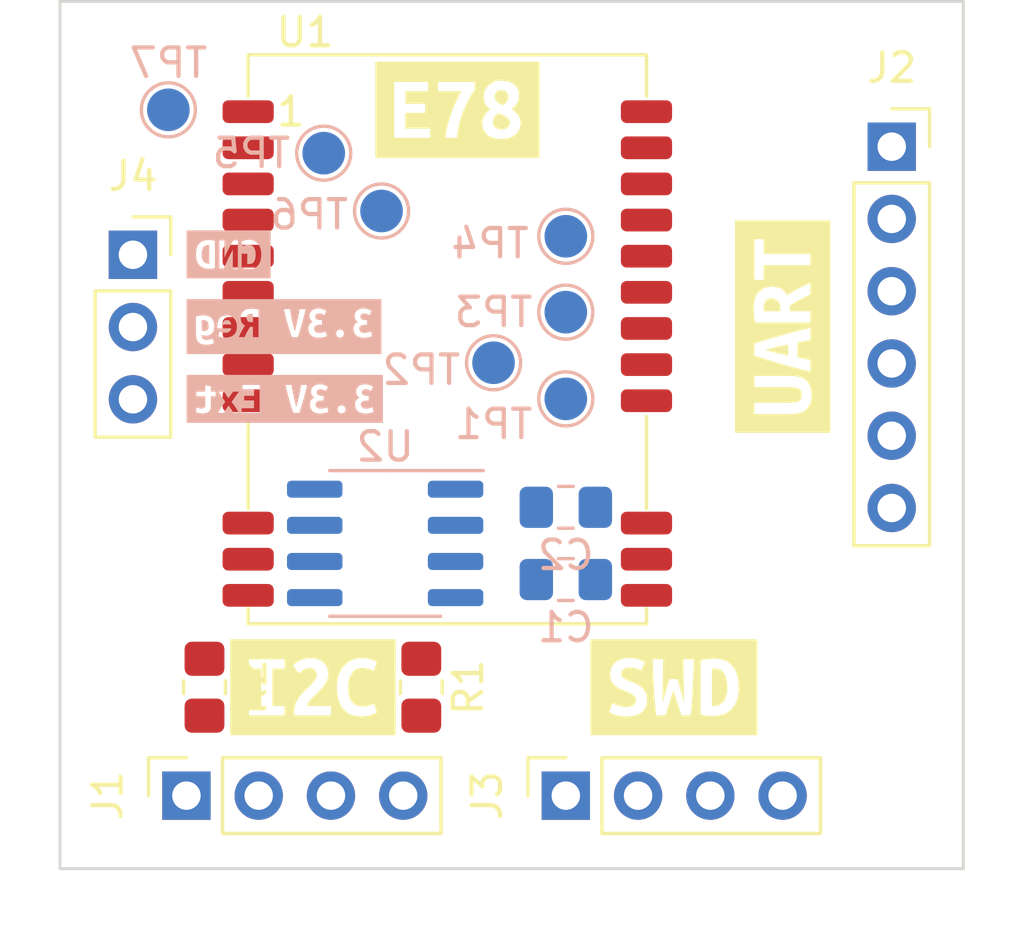
<source format=kicad_pcb>
(kicad_pcb (version 20221018) (generator pcbnew)
  (layers (0 "F.Cu" signal) (31 "B.Cu" signal) (34 "B.Paste" user) (35 "F.Paste" user) (36 "B.SilkS" user "B.Silkscreen") (37 "F.SilkS" user "F.Silkscreen") (38 "B.Mask" user) (39 "F.Mask" user) (44 "Edge.Cuts" user))
  (net 0 "")
  (net 1 "+3.3VA")
  (net 2 "GND")
  (net 3 "+3V3")
  (net 4 "Net-(J1-Pin_3)")
  (net 5 "Net-(J1-Pin_2)")
  (net 6 "Net-(J2-Pin_5)")
  (net 7 "Net-(J2-Pin_4)")
  (net 8 "Net-(J2-Pin_3)")
  (net 9 "Net-(J2-Pin_2)")
  (net 10 "Net-(J3-Pin_3)")
  (net 11 "Net-(J3-Pin_2)")
  (net 12 "Net-(U1-XRES)")
  (net 13 "Net-(U1-ADC_IN)")
  (net 14 "Net-(U1-AUX)")
  (net 15 "Net-(U1-SETA)")
  (net 16 "Net-(U1-SETB)")
  (net 17 "Net-(U1-DIO1)")
  (net 18 "Net-(U1-BUSY)")
  (footprint "ebyte:ebyte e78" (layer "F.Cu") (at 103.135 124.745)
    (fp_text reference "U1" (at 2 -20.79 unlocked) (layer "F.SilkS"))
    (fp_text value "E78")
    (fp_text user "1" (at 1.5 -18 unlocked) (layer "F.SilkS"))
    (fp_line (start 0 -20) (end 14 -20) (stroke (width 0.12)) (layer "F.SilkS"))
    (fp_line (start 0 -18.54) (end 0 -20) (stroke (width 0.12)) (layer "F.SilkS"))
    (fp_line (start 0 -4.04) (end 0 -7.29) (stroke (width 0.12)) (layer "F.SilkS"))
    (fp_line (start 0 0) (end 0 -0.54) (stroke (width 0.12)) (layer "F.SilkS"))
    (fp_line (start 0 0) (end 14 0) (stroke (width 0.12)) (layer "F.SilkS"))
    (fp_line (start 14 -20) (end 14 -18.54) (stroke (width 0.12)) (layer "F.SilkS"))
    (fp_line (start 14 -4.04) (end 14 -7.29) (stroke (width 0.12)) (layer "F.SilkS"))
    (fp_line (start 14 0) (end 14 -0.54) (stroke (width 0.12)) (layer "F.SilkS"))
    (pad "1" smd roundrect (at 0 -18) (size 1.8 0.8) (layers "F.Cu" "F.Paste" "F.Mask") (net 2 "GND"))
    (pad "2" smd roundrect (at 0 -16.73) (size 1.8 0.8) (layers "F.Cu" "F.Paste" "F.Mask") (net 3 "+3V3"))
    (pad "3" smd roundrect (at 0 -15.46) (size 1.8 0.8) (layers "F.Cu" "F.Paste" "F.Mask") (net 16 "Net-(U1-SETB)"))
    (pad "4" smd roundrect (at 0 -14.19) (size 1.8 0.8) (layers "F.Cu" "F.Paste" "F.Mask") (net 17 "Net-(U1-DIO1)"))
    (pad "5" smd roundrect (at 0 -12.92) (size 1.8 0.8) (layers "F.Cu" "F.Paste" "F.Mask") (net 18 "Net-(U1-BUSY)"))
    (pad "6" smd roundrect (at 0 -11.65) (size 1.8 0.8) (layers "F.Cu" "F.Paste" "F.Mask") (net 5 "Net-(J1-Pin_2)"))
    (pad "7" smd roundrect (at 0 -10.38) (size 1.8 0.8) (layers "F.Cu" "F.Paste" "F.Mask") (net 4 "Net-(J1-Pin_3)"))
    (pad "8" smd roundrect (at 0 -9.11) (size 1.8 0.8) (layers "F.Cu" "F.Paste" "F.Mask") (net 7 "Net-(J2-Pin_4)"))
    (pad "9" smd roundrect (at 0 -7.84) (size 1.8 0.8) (layers "F.Cu" "F.Paste" "F.Mask") (net 6 "Net-(J2-Pin_5)"))
    (pad "10" smd roundrect (at 0 -3.54) (size 1.8 0.8) (layers "F.Cu" "F.Paste" "F.Mask") (net 2 "GND"))
    (pad "11" smd roundrect (at 0 -2.27) (size 1.8 0.8) (layers "F.Cu" "F.Paste" "F.Mask"))
    (pad "12" smd roundrect (at 0 -1) (size 1.8 0.8) (layers "F.Cu" "F.Paste" "F.Mask") (net 2 "GND"))
    (pad "13" smd roundrect (at 14 -1) (size 1.8 0.8) (layers "F.Cu" "F.Paste" "F.Mask") (net 2 "GND"))
    (pad "14" smd roundrect (at 14 -2.27) (size 1.8 0.8) (layers "F.Cu" "F.Paste" "F.Mask") (net 2 "GND"))
    (pad "15" smd roundrect (at 14 -3.54) (size 1.8 0.8) (layers "F.Cu" "F.Paste" "F.Mask") (net 2 "GND"))
    (pad "16" smd roundrect (at 14 -7.84) (size 1.8 0.8) (layers "F.Cu" "F.Paste" "F.Mask") (net 12 "Net-(U1-XRES)"))
    (pad "17" smd roundrect (at 14 -9.11) (size 1.8 0.8) (layers "F.Cu" "F.Paste" "F.Mask") (net 13 "Net-(U1-ADC_IN)"))
    (pad "18" smd roundrect (at 14 -10.38) (size 1.8 0.8) (layers "F.Cu" "F.Paste" "F.Mask") (net 14 "Net-(U1-AUX)"))
    (pad "19" smd roundrect (at 14 -11.65) (size 1.8 0.8) (layers "F.Cu" "F.Paste" "F.Mask") (net 15 "Net-(U1-SETA)"))
    (pad "20" smd roundrect (at 14 -12.92) (size 1.8 0.8) (layers "F.Cu" "F.Paste" "F.Mask") (net 9 "Net-(J2-Pin_2)"))
    (pad "21" smd roundrect (at 14 -14.19) (size 1.8 0.8) (layers "F.Cu" "F.Paste" "F.Mask") (net 8 "Net-(J2-Pin_3)"))
    (pad "22" smd roundrect (at 14 -15.46) (size 1.8 0.8) (layers "F.Cu" "F.Paste" "F.Mask") (net 11 "Net-(J3-Pin_2)"))
    (pad "23" smd roundrect (at 14 -16.73) (size 1.8 0.8) (layers "F.Cu" "F.Paste" "F.Mask") (net 10 "Net-(J3-Pin_3)"))
    (pad "24" smd roundrect (at 14 -18) (size 1.8 0.8) (layers "F.Cu" "F.Paste" "F.Mask") (net 2 "GND"))
  )
  (footprint "Connector_PinSocket_2.54mm:PinSocket_1x06_P2.54mm_Vertical" (layer "F.Cu") (at 125.755 107.975)
    (fp_text reference "J2" (at 0 -2.77) (layer "F.SilkS"))
    (fp_text value "Conn_01x06")
    (fp_line (start -1.33 1.27) (end -1.33 14.03) (stroke (width 0.12)) (layer "F.SilkS"))
    (fp_line (start -1.33 1.27) (end 1.33 1.27) (stroke (width 0.12)) (layer "F.SilkS"))
    (fp_line (start -1.33 14.03) (end 1.33 14.03) (stroke (width 0.12)) (layer "F.SilkS"))
    (fp_line (start 0 -1.33) (end 1.33 -1.33) (stroke (width 0.12)) (layer "F.SilkS"))
    (fp_line (start 1.33 -1.33) (end 1.33 0) (stroke (width 0.12)) (layer "F.SilkS"))
    (fp_line (start 1.33 1.27) (end 1.33 14.03) (stroke (width 0.12)) (layer "F.SilkS"))
    (pad "1" thru_hole rect (at 0 0) (size 1.7 1.7) (drill 1) (layers "*.Cu" "*.Mask") (net 2 "GND"))
    (pad "2" thru_hole oval (at 0 2.54) (size 1.7 1.7) (drill 1) (layers "*.Cu" "*.Mask") (net 9 "Net-(J2-Pin_2)"))
    (pad "3" thru_hole oval (at 0 5.08) (size 1.7 1.7) (drill 1) (layers "*.Cu" "*.Mask") (net 8 "Net-(J2-Pin_3)"))
    (pad "4" thru_hole oval (at 0 7.62) (size 1.7 1.7) (drill 1) (layers "*.Cu" "*.Mask") (net 7 "Net-(J2-Pin_4)"))
    (pad "5" thru_hole oval (at 0 10.16) (size 1.7 1.7) (drill 1) (layers "*.Cu" "*.Mask") (net 6 "Net-(J2-Pin_5)"))
    (pad "6" thru_hole oval (at 0 12.7) (size 1.7 1.7) (drill 1) (layers "*.Cu" "*.Mask") (net 3 "+3V3"))
  )
  (footprint "Resistor_SMD:R_0805_2012Metric_Pad1.20x1.40mm_HandSolder" (layer "F.Cu") (at 101.6 126.975 -90)
    (fp_text reference "R2" (at 0 -1.65 90) (layer "F.SilkS"))
    (fp_text value "R")
    (fp_line (start -0.227064 -0.735) (end 0.227064 -0.735) (stroke (width 0.12)) (layer "F.SilkS"))
    (fp_line (start -0.227064 0.735) (end 0.227064 0.735) (stroke (width 0.12)) (layer "F.SilkS"))
    (pad "1" smd roundrect (at -1 0 270) (size 1.2 1.4) (layers "F.Cu" "F.Paste" "F.Mask") (roundrect_rratio 0.2083333333) (net 3 "+3V3"))
    (pad "2" smd roundrect (at 1 0 270) (size 1.2 1.4) (layers "F.Cu" "F.Paste" "F.Mask") (roundrect_rratio 0.2083333333) (net 5 "Net-(J1-Pin_2)"))
  )
  (footprint "Resistor_SMD:R_0805_2012Metric_Pad1.20x1.40mm_HandSolder" (layer "F.Cu") (at 109.22 126.975 -90)
    (fp_text reference "R1" (at 0 -1.65 90) (layer "F.SilkS"))
    (fp_text value "R")
    (fp_line (start -0.227064 -0.735) (end 0.227064 -0.735) (stroke (width 0.12)) (layer "F.SilkS"))
    (fp_line (start -0.227064 0.735) (end 0.227064 0.735) (stroke (width 0.12)) (layer "F.SilkS"))
    (pad "1" smd roundrect (at -1 0 270) (size 1.2 1.4) (layers "F.Cu" "F.Paste" "F.Mask") (roundrect_rratio 0.2083333333) (net 3 "+3V3"))
    (pad "2" smd roundrect (at 1 0 270) (size 1.2 1.4) (layers "F.Cu" "F.Paste" "F.Mask") (roundrect_rratio 0.2083333333) (net 4 "Net-(J1-Pin_3)"))
  )
  (footprint "Connector_PinSocket_2.54mm:PinSocket_1x04_P2.54mm_Vertical" (layer "F.Cu") (at 100.965 130.785 90)
    (fp_text reference "J1" (at 0 -2.77 90) (layer "F.SilkS"))
    (fp_text value "Conn_01x04")
    (fp_line (start -1.33 1.27) (end -1.33 8.95) (stroke (width 0.12)) (layer "F.SilkS"))
    (fp_line (start -1.33 1.27) (end 1.33 1.27) (stroke (width 0.12)) (layer "F.SilkS"))
    (fp_line (start -1.33 8.95) (end 1.33 8.95) (stroke (width 0.12)) (layer "F.SilkS"))
    (fp_line (start 0 -1.33) (end 1.33 -1.33) (stroke (width 0.12)) (layer "F.SilkS"))
    (fp_line (start 1.33 -1.33) (end 1.33 0) (stroke (width 0.12)) (layer "F.SilkS"))
    (fp_line (start 1.33 1.27) (end 1.33 8.95) (stroke (width 0.12)) (layer "F.SilkS"))
    (pad "1" thru_hole rect (at 0 0 90) (size 1.7 1.7) (drill 1) (layers "*.Cu" "*.Mask") (net 2 "GND"))
    (pad "2" thru_hole oval (at 0 2.54 90) (size 1.7 1.7) (drill 1) (layers "*.Cu" "*.Mask") (net 5 "Net-(J1-Pin_2)"))
    (pad "3" thru_hole oval (at 0 5.08 90) (size 1.7 1.7) (drill 1) (layers "*.Cu" "*.Mask") (net 4 "Net-(J1-Pin_3)"))
    (pad "4" thru_hole oval (at 0 7.62 90) (size 1.7 1.7) (drill 1) (layers "*.Cu" "*.Mask") (net 3 "+3V3"))
  )
  (footprint "kibuzzard-6402D864" (layer "F.Cu") (at 105.41 126.975)
    (fp_text reference "kibuzzard-6402D864" hide)
    (fp_text value "G***" hide)
    (fp_poly (pts (xy -2.246313 -1.686983) (xy -2.907771 -1.686983) (xy -2.907771 1.686983) (xy -2.246313 1.686983) (xy -2.246313 0.98425) (xy -2.246313 0.6604) (xy -1.817688 0.6604) (xy -1.817688 -0.657225) (xy -2.246313 -0.657225) (xy -2.246313 -0.981075) (xy -0.998538 -0.981075) (xy -0.998538 -0.657225) (xy -1.423988 -0.657225) (xy -1.423988 0.6604) (xy -0.998538 0.6604) (xy -0.998538 0.98425) (xy -2.246313 0.98425) (xy -2.246313 1.686983) (xy 0.636588 1.686983) (xy 0.636588 0.98425) (xy -0.646113 0.98425) (xy -0.65405 0.904875) (xy -0.652463 0.8382) (xy -0.637778 0.6858) (xy -0.593725 0.5461) (xy -0.52705 0.417909) (xy -0.4445 0.300037) (xy -0.350838 0.191294) (xy -0.250825 0.090487) (xy -0.150812 -0.004366) (xy -0.05715 -0.09525) (xy 0.092075 -0.2667) (xy 0.150813 -0.434975) (xy 0.077788 -0.620713) (xy -0.106362 -0.6858) (xy -0.300038 -0.64135) (xy -0.500062 -0.492125) (xy -0.693738 -0.765175) (xy -0.556816 -0.881063) (xy -0.40005 -0.962025) (xy -0.233759 -1.00965) (xy -0.068263 -1.025525) (xy 0.163513 -0.9906) (xy 0.360363 -0.885825) (xy 0.496888 -0.709613) (xy 0.547688 -0.46355) (xy 0.509588 -0.268288) (xy 0.407987 -0.085725) (xy 0.265113 0.085725) (xy 0.103188 0.244475) (xy 0.007937 0.334962) (xy -0.093662 0.442912) (xy -0.174625 0.555625) (xy -0.207962 0.6604) (xy 0.636588 0.6604) (xy 0.636588 0.98425) (xy 0.636588 1.686983) (xy 1.697038 1.686983) (xy 1.697038 1.025525) (xy 1.441626 0.995892) (xy 1.22996 0.906992) (xy 1.062038 0.758825) (xy 0.966192 0.611386) (xy 0.897731 0.435769) (xy 0.856655 0.231973) (xy 0.842963 0) (xy 0.859631 -0.230981) (xy 0.909638 -0.434975) (xy 0.989409 -0.610791) (xy 1.095375 -0.757238) (xy 1.22555 -0.873125) (xy 1.37795 -0.957263) (xy 1.549003 -1.008459) (xy 1.735138 -1.025525) (xy 1.92405 -1.008063) (xy 2.071688 -0.968375) (xy 2.17805 -0.92075) (xy 2.243138 -0.88265) (xy 2.141538 -0.5715) (xy 1.965325 -0.652463) (xy 1.728788 -0.6858) (xy 1.5494 -0.652463) (xy 1.393825 -0.541338) (xy 1.2827 -0.333375) (xy 1.250553 -0.187325) (xy 1.239838 -0.009525) (xy 1.252714 0.197379) (xy 1.291343 0.369358) (xy 1.355725 0.506412) (xy 1.508522 0.640953) (xy 1.735138 0.6858) (xy 1.98755 0.650875) (xy 2.147888 0.581025) (xy 2.246313 0.889) (xy 2.022475 0.982662) (xy 1.870472 1.014809) (xy 1.697038 1.025525) (xy 1.697038 1.686983) (xy 2.246313 1.686983) (xy 2.907771 1.686983) (xy 2.907771 -1.686983) (xy 2.246313 -1.686983) (xy -2.246313 -1.686983)) (fill solid) (layer "F.SilkS"))
  )
  (footprint "Connector_PinSocket_2.54mm:PinSocket_1x04_P2.54mm_Vertical" (layer "F.Cu") (at 114.3 130.785 90)
    (fp_text reference "J3" (at 0 -2.77 90) (layer "F.SilkS"))
    (fp_text value "Conn_01x04")
    (fp_line (start -1.33 1.27) (end -1.33 8.95) (stroke (width 0.12)) (layer "F.SilkS"))
    (fp_line (start -1.33 1.27) (end 1.33 1.27) (stroke (width 0.12)) (layer "F.SilkS"))
    (fp_line (start -1.33 8.95) (end 1.33 8.95) (stroke (width 0.12)) (layer "F.SilkS"))
    (fp_line (start 0 -1.33) (end 1.33 -1.33) (stroke (width 0.12)) (layer "F.SilkS"))
    (fp_line (start 1.33 -1.33) (end 1.33 0) (stroke (width 0.12)) (layer "F.SilkS"))
    (fp_line (start 1.33 1.27) (end 1.33 8.95) (stroke (width 0.12)) (layer "F.SilkS"))
    (pad "1" thru_hole rect (at 0 0 90) (size 1.7 1.7) (drill 1) (layers "*.Cu" "*.Mask") (net 2 "GND"))
    (pad "2" thru_hole oval (at 0 2.54 90) (size 1.7 1.7) (drill 1) (layers "*.Cu" "*.Mask") (net 11 "Net-(J3-Pin_2)"))
    (pad "3" thru_hole oval (at 0 5.08 90) (size 1.7 1.7) (drill 1) (layers "*.Cu" "*.Mask") (net 10 "Net-(J3-Pin_3)"))
    (pad "4" thru_hole oval (at 0 7.62 90) (size 1.7 1.7) (drill 1) (layers "*.Cu" "*.Mask") (net 3 "+3V3"))
  )
  (footprint "kibuzzard-6402D7DF" (layer "F.Cu") (at 121.92 114.3 90)
    (fp_text reference "kibuzzard-6402D7DF" hide)
    (fp_text value "G***" hide)
    (fp_poly (pts (xy -0.81915 -0.611187) (xy -0.877887 -0.40005) (xy -0.928688 -0.2032) (xy -0.973137 -0.007937) (xy -1.012825 0.195263) (xy -0.62865 0.195263) (xy -0.66675 -0.007937) (xy -0.709612 -0.2032) (xy -0.760412 -0.40005) (xy -0.81915 -0.611187)) (fill solid) (layer "F.SilkS"))
    (fp_poly (pts (xy 1.0033 -0.373062) (xy 0.979488 -0.508) (xy 0.90805 -0.601662) (xy 0.797719 -0.656431) (xy 0.657225 -0.674687) (xy 0.60325 -0.6731) (xy 0.53975 -0.665162) (xy 0.53975 -0.074613) (xy 0.625475 -0.074613) (xy 0.797719 -0.094059) (xy 0.9144 -0.1524) (xy 1.0033 -0.373062)) (fill solid) (layer "F.SilkS"))
    (fp_poly (pts (xy -3.0734 -1.675871) (xy -3.734858 -1.675871) (xy -3.734858 1.675871) (xy -3.0734 1.675871) (xy -2.409825 1.675871) (xy -2.409825 1.014413) (xy -2.584847 1.001316) (xy -2.728913 0.962025) (xy -2.9337 0.811213) (xy -2.998788 0.702469) (xy -3.04165 0.573088) (xy -3.065463 0.42545) (xy -3.0734 0.261938) (xy -3.0734 -0.992187) (xy -2.6797 -0.992187) (xy -2.6797 0.236538) (xy -2.667 0.4445) (xy -2.624138 0.579438) (xy -2.54 0.652463) (xy -2.403475 0.674688) (xy -2.26695 0.652463) (xy -2.181225 0.57785) (xy -2.136775 0.441325) (xy -2.124075 0.233363) (xy -2.124075 -0.992187) (xy -1.73355 -0.992187) (xy -1.73355 0.261938) (xy -1.741488 0.42545) (xy -1.7653 0.573088) (xy -1.808956 0.702469) (xy -1.876425 0.811213) (xy -1.9685 0.898128) (xy -2.085975 0.962025) (xy -2.232025 1.001316) (xy -2.409825 1.014413) (xy -2.409825 1.675871) (xy -0.4699 1.675871) (xy -0.4699 0.973138) (xy -0.561975 0.519113) (xy -1.08585 0.519113) (xy -1.17475 0.973138) (xy -1.58115 0.973138) (xy -1.525143 0.744855) (xy -1.468882 0.524828) (xy -1.412367 0.313055) (xy -1.355598 0.109537) (xy -1.298575 -0.085725) (xy -1.227733 -0.321568) (xy -1.158081 -0.551259) (xy -1.08962 -0.774799) (xy -1.02235 -0.992187) (xy -0.5969 -0.992187) (xy -0.527149 -0.773013) (xy -0.457597 -0.547291) (xy -0.388243 -0.31502) (xy -0.319087 -0.0762) (xy -0.26416 0.120713) (xy -0.209867 0.324104) (xy -0.15621 0.533972) (xy -0.103188 0.750316) (xy -0.0508 0.973138) (xy -0.4699 0.973138) (xy -0.4699 1.675871) (xy 1.53035 1.675871) (xy 1.53035 0.973138) (xy 1.120775 0.973138) (xy 1.041797 0.786209) (xy 0.950913 0.606425) (xy 0.850503 0.429022) (xy 0.74295 0.249238) (xy 0.53975 0.249238) (xy 0.53975 0.973138) (xy 0.149225 0.973138) (xy 0.149225 -0.963612) (xy 0.274638 -0.987425) (xy 0.41275 -1.0033) (xy 0.5461 -1.011237) (xy 0.657225 -1.014412) (xy 0.817563 -1.004887) (xy 0.962025 -0.976312) (xy 1.089025 -0.927894) (xy 1.196975 -0.858837) (xy 1.347788 -0.657225) (xy 1.387078 -0.524272) (xy 1.400175 -0.369887) (xy 1.382713 -0.206375) (xy 1.330325 -0.058737) (xy 1.237456 0.064294) (xy 1.09855 0.153988) (xy 1.21285 0.33655) (xy 1.330325 0.5461) (xy 1.439863 0.765175) (xy 1.53035 0.973138) (xy 1.53035 1.675871) (xy 2.555875 1.675871) (xy 2.555875 0.973138) (xy 2.162175 0.973138) (xy 2.162175 -0.668337) (xy 1.64465 -0.668337) (xy 1.64465 -0.992187) (xy 3.0734 -0.992187) (xy 3.0734 -0.668337) (xy 2.555875 -0.668337) (xy 2.555875 0.973138) (xy 2.555875 1.675871) (xy 3.0734 1.675871) (xy 3.734858 1.675871) (xy 3.734858 -1.675871) (xy 3.0734 -1.675871) (xy -3.0734 -1.675871)) (fill solid) (layer "F.SilkS"))
  )
  (footprint "kibuzzard-6402D86B" (layer "F.Cu") (at 118.1 126.975)
    (fp_text reference "kibuzzard-6402D86B" hide)
    (fp_text value "G***" hide)
    (fp_poly (pts (xy 1.335087 0.66675) (xy 1.370012 0.669925) (xy 1.404937 0.669925) (xy 1.628775 0.619125) (xy 1.774825 0.479425) (xy 1.8542 0.268287) (xy 1.872059 0.140097) (xy 1.878013 0) (xy 1.858962 -0.24765) (xy 1.792287 -0.460375) (xy 1.662112 -0.608013) (xy 1.449388 -0.663575) (xy 1.392237 -0.661988) (xy 1.335087 -0.65405) (xy 1.335087 0.66675)) (fill solid) (layer "F.SilkS"))
    (fp_poly (pts (xy -2.274888 -1.686983) (xy -2.936346 -1.686983) (xy -2.936346 1.686983) (xy -2.274888 1.686983) (xy -1.665288 1.686983) (xy -1.665288 1.025525) (xy -1.885156 1.012428) (xy -2.055813 0.973137) (xy -2.274888 0.8763) (xy -2.160588 0.5588) (xy -1.9558 0.65405) (xy -1.823641 0.687387) (xy -1.665288 0.6985) (xy -1.501775 0.677862) (xy -1.398588 0.620712) (xy -1.3462 0.538162) (xy -1.331913 0.4445) (xy -1.366838 0.33655) (xy -1.455738 0.252412) (xy -1.576388 0.185737) (xy -1.709738 0.130175) (xy -1.893888 0.05715) (xy -2.066925 -0.047625) (xy -2.195513 -0.204788) (xy -2.246313 -0.43815) (xy -2.201466 -0.684213) (xy -2.066925 -0.86995) (xy -1.93234 -0.956381) (xy -1.767769 -1.008239) (xy -1.573213 -1.025525) (xy -1.403747 -1.015206) (xy -1.2573 -0.98425) (xy -1.030288 -0.892175) (xy -1.144588 -0.59055) (xy -1.3208 -0.66675) (xy -1.544638 -0.6985) (xy -1.717499 -0.673453) (xy -1.821215 -0.598311) (xy -1.855788 -0.473075) (xy -1.824038 -0.373063) (xy -1.743075 -0.296863) (xy -1.63195 -0.238125) (xy -1.509713 -0.1905) (xy -1.317625 -0.112713) (xy -1.133475 0.001587) (xy -0.995363 0.179387) (xy -0.954881 0.299641) (xy -0.941388 0.447675) (xy -0.986234 0.692547) (xy -1.120775 0.874712) (xy -1.261004 0.958497) (xy -1.442508 1.008768) (xy -1.665288 1.025525) (xy -1.665288 1.686983) (xy 0.588962 1.686983) (xy 0.588962 0.98425) (xy 0.265112 0.98425) (xy 0.195262 0.776684) (xy 0.125412 0.554037) (xy 0.055562 0.329009) (xy -0.014288 0.1143) (xy -0.085725 0.323056) (xy -0.160338 0.549275) (xy -0.233363 0.775494) (xy -0.300038 0.98425) (xy -0.623888 0.98425) (xy -0.6477 0.758428) (xy -0.668338 0.519113) (xy -0.686197 0.271462) (xy -0.701675 0.020637) (xy -0.714772 -0.232569) (xy -0.725488 -0.487363) (xy -0.734219 -0.738584) (xy -0.741363 -0.981075) (xy -0.379413 -0.981075) (xy -0.382588 -0.790575) (xy -0.385763 -0.593725) (xy -0.388938 -0.394097) (xy -0.392113 -0.195263) (xy -0.395288 0.000794) (xy -0.398463 0.192087) (xy -0.400844 0.375047) (xy -0.401638 0.5461) (xy -0.33655 0.32385) (xy -0.2667 0.085725) (xy -0.204788 -0.130175) (xy -0.160338 -0.28575) (xy 0.125412 -0.28575) (xy 0.163512 -0.136525) (xy 0.219075 0.060325) (xy 0.28575 0.2921) (xy 0.357187 0.5461) (xy 0.356394 0.375047) (xy 0.354012 0.192087) (xy 0.350837 0.001191) (xy 0.347662 -0.193675) (xy 0.344487 -0.391716) (xy 0.341312 -0.592138) (xy 0.338931 -0.790178) (xy 0.338137 -0.981075) (xy 0.700087 -0.981075) (xy 0.690562 -0.736203) (xy 0.681038 -0.484188) (xy 0.670719 -0.229394) (xy 0.658813 0.023812) (xy 0.644922 0.274241) (xy 0.62865 0.5207) (xy 0.609997 0.758825) (xy 0.588962 0.98425) (xy 0.588962 1.686983) (xy 1.363662 1.686983) (xy 1.363662 1.00965) (xy 1.158875 0.998537) (xy 0.944562 0.962025) (xy 0.944562 -0.955675) (xy 1.195387 -0.993775) (xy 1.414462 -1.0033) (xy 1.599803 -0.989013) (xy 1.768475 -0.94615) (xy 1.916509 -0.872728) (xy 2.039937 -0.766763) (xy 2.138759 -0.627856) (xy 2.212975 -0.455613) (xy 2.259409 -0.247253) (xy 2.274888 0) (xy 2.257822 0.252809) (xy 2.206625 0.465137) (xy 2.125266 0.639366) (xy 2.017713 0.777875) (xy 1.885553 0.882253) (xy 1.730375 0.954087) (xy 1.555353 0.995759) (xy 1.363662 1.00965) (xy 1.363662 1.686983) (xy 2.274888 1.686983) (xy 2.936346 1.686983) (xy 2.936346 -1.686983) (xy 2.274888 -1.686983) (xy -2.274888 -1.686983)) (fill solid) (layer "F.SilkS"))
  )
  (footprint "kibuzzard-6402EA7B" (layer "F.Cu") (at 110.49 106.68)
    (fp_text reference "kibuzzard-6402EA7B" hide)
    (fp_text value "G***" hide)
    (fp_poly (pts (xy 1.546225 -0.703263) (xy 1.366837 -0.646113) (xy 1.28905 -0.477838) (xy 1.362075 -0.296863) (xy 1.462881 -0.225425) (xy 1.61925 -0.150813) (xy 1.75895 -0.31115) (xy 1.800225 -0.481013) (xy 1.725613 -0.6477) (xy 1.546225 -0.703263)) (fill solid) (layer "F.SilkS"))
    (fp_poly (pts (xy 1.8542 0.471488) (xy 1.830387 0.360362) (xy 1.754187 0.27305) (xy 1.61925 0.193675) (xy 1.4224 0.109537) (xy 1.285875 0.27305) (xy 1.23825 0.446087) (xy 1.328738 0.638175) (xy 1.54305 0.703262) (xy 1.770062 0.635) (xy 1.8542 0.471488)) (fill solid) (layer "F.SilkS"))
    (fp_poly (pts (xy -2.2225 -1.688571) (xy -2.883958 -1.688571) (xy -2.883958 1.688571) (xy -2.2225 1.688571) (xy -2.2225 0.985837) (xy -2.2225 -0.979488) (xy -1.031875 -0.979488) (xy -1.031875 -0.655638) (xy -1.831975 -0.655638) (xy -1.831975 -0.214313) (xy -1.13665 -0.214313) (xy -1.13665 0.109537) (xy -1.831975 0.109537) (xy -1.831975 0.661987) (xy -0.962025 0.661987) (xy -0.962025 0.985837) (xy -2.2225 0.985837) (xy -2.2225 1.688571) (xy -0.415925 1.688571) (xy -0.415925 0.985837) (xy -0.394494 0.776684) (xy -0.34925 0.555625) (xy -0.286147 0.329803) (xy -0.211138 0.106362) (xy -0.126603 -0.109934) (xy -0.034925 -0.314325) (xy 0.057944 -0.498872) (xy 0.14605 -0.655638) (xy -0.67945 -0.655638) (xy -0.67945 -0.979488) (xy 0.60325 -0.979488) (xy 0.60325 -0.684213) (xy 0.513556 -0.565944) (xy 0.415925 -0.407988) (xy 0.317103 -0.218281) (xy 0.223837 -0.004763) (xy 0.138906 0.228203) (xy 0.065088 0.47625) (xy 0.009922 0.731441) (xy -0.01905 0.985837) (xy -0.415925 0.985837) (xy -0.415925 1.688571) (xy 1.5367 1.688571) (xy 1.5367 1.027112) (xy 1.394222 1.017984) (xy 1.265238 0.9906) (xy 1.055688 0.885825) (xy 0.92075 0.71755) (xy 0.873125 0.493712) (xy 0.890588 0.348853) (xy 0.942975 0.212725) (xy 1.032669 0.088503) (xy 1.16205 -0.020638) (xy 1.044575 -0.119063) (xy 0.97155 -0.223838) (xy 0.92075 -0.452438) (xy 0.954088 -0.650875) (xy 1.06045 -0.836613) (xy 1.254125 -0.973138) (xy 1.389063 -1.013619) (xy 1.552575 -1.027113) (xy 1.806178 -0.992188) (xy 2.001838 -0.887413) (xy 2.126853 -0.7239) (xy 2.168525 -0.512763) (xy 2.151856 -0.377428) (xy 2.10185 -0.244475) (xy 2.016125 -0.123428) (xy 1.8923 -0.023813) (xy 2.046684 0.085725) (xy 2.147888 0.204787) (xy 2.203847 0.334962) (xy 2.2225 0.477837) (xy 2.185987 0.671512) (xy 2.068512 0.847725) (xy 1.857375 0.976312) (xy 1.712119 1.014412) (xy 1.5367 1.027112) (xy 1.5367 1.688571) (xy 2.2225 1.688571) (xy 2.883958 1.688571) (xy 2.883958 -1.688571) (xy 2.2225 -1.688571) (xy -2.2225 -1.688571)) (fill solid) (layer "F.SilkS"))
  )
  (footprint "Connector_PinSocket_2.54mm:PinSocket_1x03_P2.54mm_Vertical" (layer "F.Cu") (at 99.085 111.775)
    (fp_text reference "J4" (at 0 -2.77) (layer "F.SilkS"))
    (fp_text value "Conn_01x03")
    (fp_line (start -1.33 1.27) (end -1.33 6.41) (stroke (width 0.12)) (layer "F.SilkS"))
    (fp_line (start -1.33 1.27) (end 1.33 1.27) (stroke (width 0.12)) (layer "F.SilkS"))
    (fp_line (start -1.33 6.41) (end 1.33 6.41) (stroke (width 0.12)) (layer "F.SilkS"))
    (fp_line (start 0 -1.33) (end 1.33 -1.33) (stroke (width 0.12)) (layer "F.SilkS"))
    (fp_line (start 1.33 -1.33) (end 1.33 0) (stroke (width 0.12)) (layer "F.SilkS"))
    (fp_line (start 1.33 1.27) (end 1.33 6.41) (stroke (width 0.12)) (layer "F.SilkS"))
    (pad "1" thru_hole rect (at 0 0) (size 1.7 1.7) (drill 1) (layers "*.Cu" "*.Mask") (net 2 "GND"))
    (pad "2" thru_hole oval (at 0 2.54) (size 1.7 1.7) (drill 1) (layers "*.Cu" "*.Mask") (net 3 "+3V3"))
    (pad "3" thru_hole oval (at 0 5.08) (size 1.7 1.7) (drill 1) (layers "*.Cu" "*.Mask") (net 1 "+3.3VA"))
  )
  (footprint "TestPoint:TestPoint_Pad_D1.5mm" (layer "B.Cu") (at 107.823 110.236 180)
    (fp_text reference "TP6" (at 2.54 -0.127) (layer "B.SilkS") (effects (justify mirror)))
    (fp_text value "TestPoint")
    (fp_circle (center 0 0) (end 0 -0.95) (stroke (width 0.12)) (fill none) (layer "B.SilkS"))
    (pad "1" smd circle (at 0 0 180) (size 1.5 1.5) (layers "B.Cu" "B.Mask") (net 17 "Net-(U1-DIO1)"))
  )
  (footprint "TestPoint:TestPoint_Pad_D1.5mm" (layer "B.Cu") (at 114.3 113.792 180)
    (fp_text reference "TP3" (at 2.54 0) (layer "B.SilkS") (effects (justify mirror)))
    (fp_text value "TestPoint")
    (fp_circle (center 0 0) (end 0 -0.95) (stroke (width 0.12)) (fill none) (layer "B.SilkS"))
    (pad "1" smd circle (at 0 0 180) (size 1.5 1.5) (layers "B.Cu" "B.Mask") (net 14 "Net-(U1-AUX)"))
  )
  (footprint "TestPoint:TestPoint_Pad_D1.5mm" (layer "B.Cu") (at 105.791 108.204 180)
    (fp_text reference "TP5" (at 2.54 0) (layer "B.SilkS") (effects (justify mirror)))
    (fp_text value "TestPoint")
    (fp_circle (center 0 0) (end 0 -0.95) (stroke (width 0.12)) (fill none) (layer "B.SilkS"))
    (pad "1" smd circle (at 0 0 180) (size 1.5 1.5) (layers "B.Cu" "B.Mask") (net 16 "Net-(U1-SETB)"))
  )
  (footprint "TestPoint:TestPoint_Pad_D1.5mm" (layer "B.Cu") (at 114.3 111.125 180)
    (fp_text reference "TP4" (at 2.667 -0.254) (layer "B.SilkS") (effects (justify mirror)))
    (fp_text value "TestPoint")
    (fp_circle (center 0 0) (end 0 -0.95) (stroke (width 0.12)) (fill none) (layer "B.SilkS"))
    (pad "1" smd circle (at 0 0 180) (size 1.5 1.5) (layers "B.Cu" "B.Mask") (net 15 "Net-(U1-SETA)"))
  )
  (footprint "kibuzzard-6402D830" (layer "B.Cu") (at 104.394 114.3 180)
    (fp_text reference "kibuzzard-6402D830" hide)
    (fp_text value "G***" hide)
    (fp_poly (pts (xy 2.153444 0.075406) (xy 2.145506 0.13335) (xy 2.120106 0.183356) (xy 2.075656 0.219075) (xy 2.008981 0.232569) (xy 1.9431 0.219869) (xy 1.897062 0.184944) (xy 1.868487 0.134144) (xy 1.854994 0.075406) (xy 2.153444 0.075406)) (fill solid) (layer "B.SilkS"))
    (fp_poly (pts (xy 1.323181 0.304006) (xy 1.311275 0.371475) (xy 1.275556 0.418306) (xy 1.220391 0.445691) (xy 1.150144 0.454819) (xy 1.123156 0.454025) (xy 1.091406 0.450056) (xy 1.091406 0.154781) (xy 1.134269 0.154781) (xy 1.220391 0.164505) (xy 1.278731 0.193675) (xy 1.323181 0.304006)) (fill solid) (layer "B.SilkS"))
    (fp_poly (pts (xy 2.648744 0.027781) (xy 2.657078 -0.05338) (xy 2.682081 -0.112713) (xy 2.786856 -0.161131) (xy 2.846387 -0.153194) (xy 2.896394 -0.132556) (xy 2.896394 0.226219) (xy 2.856706 0.232569) (xy 2.820194 0.234156) (xy 2.724944 0.211226) (xy 2.667794 0.142434) (xy 2.648744 0.027781)) (fill solid) (layer "B.SilkS"))
    (fp_poly (pts (xy -3.093244 0.966523) (xy -3.423973 0.966523) (xy -3.423973 -0.966523) (xy -3.093244 -0.966523) (xy -2.820194 -0.966523) (xy -2.820194 -0.389731) (xy -2.897188 -0.384175) (xy -2.974975 -0.370681) (xy -3.044031 -0.353219) (xy -3.093244 -0.335756) (xy -3.055144 -0.172244) (xy -2.960688 -0.205581) (xy -2.896989 -0.218678) (xy -2.821781 -0.223044) (xy -2.736652 -0.212328) (xy -2.681288 -0.180181) (xy -2.640806 -0.073819) (xy -2.656284 -0.007739) (xy -2.702719 0.034925) (xy -2.772966 0.058142) (xy -2.859881 0.065881) (xy -2.920206 0.065881) (xy -2.920206 0.227806) (xy -2.847181 0.227806) (xy -2.786856 0.234156) (xy -2.732881 0.254794) (xy -2.693988 0.292894) (xy -2.678906 0.353219) (xy -2.71145 0.43815) (xy -2.801144 0.469106) (xy -2.911475 0.45085) (xy -3.005931 0.405606) (xy -3.075781 0.548481) (xy -2.962275 0.606425) (xy -2.887067 0.628452) (xy -2.802731 0.635794) (xy -2.725539 0.630634) (xy -2.659063 0.615156) (xy -2.558256 0.557212) (xy -2.499519 0.469106) (xy -2.480469 0.359569) (xy -2.513806 0.246856) (xy -2.602706 0.164306) (xy -2.535039 0.125016) (xy -2.484438 0.070644) (xy -2.452886 0.002778) (xy -2.442369 -0.076994) (xy -2.464594 -0.202406) (xy -2.532856 -0.301625) (xy -2.585244 -0.338931) (xy -2.650331 -0.366713) (xy -2.728516 -0.383977) (xy -2.820194 -0.389731) (xy -2.820194 -0.966523) (xy -1.966119 -0.966523) (xy -1.966119 -0.386556) (xy -2.020094 -0.377031) (xy -2.065338 -0.34925) (xy -2.097088 -0.3048) (xy -2.108994 -0.243681) (xy -2.097088 -0.18415) (xy -2.065338 -0.140494) (xy -2.020094 -0.113506) (xy -1.966119 -0.103981) (xy -1.867694 -0.140494) (xy -1.824831 -0.243681) (xy -1.867694 -0.350044) (xy -1.966119 -0.386556) (xy -1.966119 -0.966523) (xy -1.232694 -0.966523) (xy -1.232694 -0.389731) (xy -1.309688 -0.384175) (xy -1.387475 -0.370681) (xy -1.456531 -0.353219) (xy -1.505744 -0.335756) (xy -1.467644 -0.172244) (xy -1.373188 -0.205581) (xy -1.309489 -0.218678) (xy -1.234281 -0.223044) (xy -1.149152 -0.212328) (xy -1.093788 -0.180181) (xy -1.053306 -0.073819) (xy -1.068784 -0.007739) (xy -1.115219 0.034925) (xy -1.185466 0.058142) (xy -1.272381 0.065881) (xy -1.332706 0.065881) (xy -1.332706 0.227806) (xy -1.259681 0.227806) (xy -1.199356 0.234156) (xy -1.145381 0.254794) (xy -1.106488 0.292894) (xy -1.091406 0.353219) (xy -1.12395 0.43815) (xy -1.213644 0.469106) (xy -1.323975 0.45085) (xy -1.418431 0.405606) (xy -1.488281 0.548481) (xy -1.374775 0.606425) (xy -1.299567 0.628452) (xy -1.215231 0.635794) (xy -1.138039 0.630634) (xy -1.071563 0.615156) (xy -0.970756 0.557212) (xy -0.912019 0.469106) (xy -0.892969 0.359569) (xy -0.926306 0.246856) (xy -1.015206 0.164306) (xy -0.947539 0.125016) (xy -0.896938 0.070644) (xy -0.865386 0.002778) (xy -0.854869 -0.076994) (xy -0.877094 -0.202406) (xy -0.945356 -0.301625) (xy -0.997744 -0.338931) (xy -1.062831 -0.366713) (xy -1.141016 -0.383977) (xy -1.232694 -0.389731) (xy -1.232694 -0.966523) (xy -0.481806 -0.966523) (xy -0.481806 -0.369094) (xy -0.521097 -0.252413) (xy -0.562769 -0.121444) (xy -0.590815 -0.029457) (xy -0.617802 0.062353) (xy -0.643731 0.153987) (xy -0.668249 0.243858) (xy -0.691003 0.330376) (xy -0.711994 0.413544) (xy -0.738188 0.524669) (xy -0.756444 0.613569) (xy -0.550069 0.613569) (xy -0.538163 0.531217) (xy -0.521494 0.436562) (xy -0.501452 0.334169) (xy -0.479425 0.2286) (xy -0.455613 0.122237) (xy -0.430213 0.017462) (xy -0.404217 -0.081161) (xy -0.378619 -0.169069) (xy -0.353219 -0.082352) (xy -0.327819 0.015875) (xy -0.303213 0.12065) (xy -0.280194 0.227012) (xy -0.258763 0.33278) (xy -0.238919 0.435769) (xy -0.221456 0.531019) (xy -0.207169 0.613569) (xy -0.002381 0.613569) (xy -0.023614 0.512762) (xy -0.049213 0.400844) (xy -0.078978 0.280392) (xy -0.112713 0.153987) (xy -0.137319 0.067204) (xy -0.163513 -0.020638) (xy -0.191294 -0.109538) (xy -0.220222 -0.197997) (xy -0.249855 -0.284515) (xy -0.280194 -0.369094) (xy -0.481806 -0.369094) (xy -0.481806 -0.966523) (xy 1.586706 -0.966523) (xy 1.586706 -0.369094) (xy 1.381919 -0.369094) (xy 1.34243 -0.27563) (xy 1.296987 -0.185738) (xy 1.246783 -0.097036) (xy 1.193006 -0.007144) (xy 1.091406 -0.007144) (xy 1.091406 -0.369094) (xy 0.896144 -0.369094) (xy 0.896144 0.599281) (xy 0.95885 0.611187) (xy 1.027906 0.619125) (xy 1.094581 0.623094) (xy 1.150144 0.624681) (xy 1.230312 0.619919) (xy 1.302544 0.605631) (xy 1.366044 0.581422) (xy 1.420019 0.546894) (xy 1.495425 0.446087) (xy 1.51507 0.379611) (xy 1.521619 0.302419) (xy 1.512888 0.220662) (xy 1.486694 0.146844) (xy 1.440259 0.085328) (xy 1.370806 0.040481) (xy 1.427956 -0.0508) (xy 1.486694 -0.155575) (xy 1.541462 -0.265113) (xy 1.586706 -0.369094) (xy 1.586706 -0.966523) (xy 2.062956 -0.966523) (xy 2.062956 -0.386556) (xy 1.972667 -0.380405) (xy 1.8923 -0.36195) (xy 1.82245 -0.331391) (xy 1.763713 -0.288925) (xy 1.716683 -0.234752) (xy 1.681956 -0.169069) (xy 1.660525 -0.091678) (xy 1.653381 -0.002381) (xy 1.660922 0.090091) (xy 1.683544 0.170656) (xy 1.718469 0.239117) (xy 1.762919 0.295275) (xy 1.815703 0.33913) (xy 1.875631 0.370681) (xy 1.939925 0.389731) (xy 2.005806 0.396081) (xy 2.107053 0.385233) (xy 2.190662 0.35269) (xy 2.256631 0.29845) (xy 2.304256 0.223397) (xy 2.332831 0.128411) (xy 2.342356 0.013494) (xy 2.341562 -0.026194) (xy 2.339181 -0.059531) (xy 1.854994 -0.059531) (xy 1.870075 -0.124817) (xy 1.915319 -0.174625) (xy 1.984375 -0.206177) (xy 2.070894 -0.216694) (xy 2.182813 -0.203994) (xy 2.272506 -0.178594) (xy 2.299494 -0.345281) (xy 2.191544 -0.37465) (xy 2.062956 -0.386556) (xy 2.062956 -0.966523) (xy 2.721769 -0.966523) (xy 2.721769 -0.635794) (xy 2.653308 -0.632222) (xy 2.587625 -0.621506) (xy 2.464594 -0.588169) (xy 2.501106 -0.423069) (xy 2.597944 -0.455613) (xy 2.724944 -0.470694) (xy 2.809081 -0.458788) (xy 2.861469 -0.426244) (xy 2.888456 -0.377825) (xy 2.896394 -0.318294) (xy 2.896394 -0.288131) (xy 2.820987 -0.311944) (xy 2.747169 -0.319881) (xy 2.657651 -0.309651) (xy 2.583833 -0.278959) (xy 2.525713 -0.227806) (xy 2.48382 -0.158485) (xy 2.458685 -0.07329) (xy 2.450306 0.027781) (xy 2.461595 0.140141) (xy 2.495462 0.231687) (xy 2.551906 0.302419) (xy 2.627753 0.35269) (xy 2.719828 0.382852) (xy 2.828131 0.392906) (xy 2.911916 0.388497) (xy 3.000287 0.375267) (xy 3.093244 0.353219) (xy 3.093244 -0.278606) (xy 3.083454 -0.389731) (xy 3.054085 -0.47969) (xy 3.005138 -0.548481) (xy 2.934494 -0.596988) (xy 2.840038 -0.626092) (xy 2.721769 -0.635794) (xy 2.721769 -0.966523) (xy 3.093244 -0.966523) (xy 3.423973 -0.966523) (xy 3.423973 0.966523) (xy 3.093244 0.966523) (xy -3.093244 0.966523)) (fill solid) (layer "B.SilkS"))
  )
  (footprint "kibuzzard-6402D83E" (layer "B.Cu") (at 104.420987 116.84 180)
    (fp_text reference "kibuzzard-6402D83E" hide)
    (fp_text value "G***" hide)
    (fp_poly (pts (xy -3.120231 0.843492) (xy -3.45096 0.843492) (xy -3.45096 -0.843492) (xy -3.120231 -0.843492) (xy -2.847181 -0.843492) (xy -2.847181 -0.512762) (xy -2.924175 -0.507206) (xy -3.001963 -0.493712) (xy -3.071019 -0.47625) (xy -3.120231 -0.458787) (xy -3.082131 -0.295275) (xy -2.987675 -0.328612) (xy -2.923977 -0.341709) (xy -2.848769 -0.346075) (xy -2.763639 -0.335359) (xy -2.708275 -0.303212) (xy -2.667794 -0.19685) (xy -2.683272 -0.13077) (xy -2.729706 -0.088106) (xy -2.799953 -0.064889) (xy -2.886869 -0.05715) (xy -2.947194 -0.05715) (xy -2.947194 0.104775) (xy -2.874169 0.104775) (xy -2.813844 0.111125) (xy -2.759869 0.131763) (xy -2.720975 0.169863) (xy -2.705894 0.230188) (xy -2.738438 0.315119) (xy -2.828131 0.346075) (xy -2.938463 0.327819) (xy -3.032919 0.282575) (xy -3.102769 0.42545) (xy -2.989263 0.483394) (xy -2.914055 0.50542) (xy -2.829719 0.512763) (xy -2.752527 0.507603) (xy -2.68605 0.492125) (xy -2.585244 0.434181) (xy -2.526506 0.346075) (xy -2.507456 0.236538) (xy -2.540794 0.123825) (xy -2.629694 0.041275) (xy -2.562027 0.001984) (xy -2.511425 -0.052387) (xy -2.479873 -0.120253) (xy -2.469356 -0.200025) (xy -2.491581 -0.325437) (xy -2.559844 -0.424656) (xy -2.612231 -0.461962) (xy -2.677319 -0.489744) (xy -2.755503 -0.507008) (xy -2.847181 -0.512762) (xy -2.847181 -0.843492) (xy -1.993106 -0.843492) (xy -1.993106 -0.509587) (xy -2.047081 -0.500062) (xy -2.092325 -0.472281) (xy -2.124075 -0.427831) (xy -2.135981 -0.366712) (xy -2.124075 -0.307181) (xy -2.092325 -0.263525) (xy -2.047081 -0.236537) (xy -1.993106 -0.227012) (xy -1.894681 -0.263525) (xy -1.851819 -0.366712) (xy -1.894681 -0.473075) (xy -1.993106 -0.509587) (xy -1.993106 -0.843492) (xy -1.259681 -0.843492) (xy -1.259681 -0.512762) (xy -1.336675 -0.507206) (xy -1.414463 -0.493712) (xy -1.483519 -0.47625) (xy -1.532731 -0.458787) (xy -1.494631 -0.295275) (xy -1.400175 -0.328612) (xy -1.336477 -0.341709) (xy -1.261269 -0.346075) (xy -1.176139 -0.335359) (xy -1.120775 -0.303212) (xy -1.080294 -0.19685) (xy -1.095772 -0.13077) (xy -1.142206 -0.088106) (xy -1.212453 -0.064889) (xy -1.299369 -0.05715) (xy -1.359694 -0.05715) (xy -1.359694 0.104775) (xy -1.286669 0.104775) (xy -1.226344 0.111125) (xy -1.172369 0.131763) (xy -1.133475 0.169863) (xy -1.118394 0.230188) (xy -1.150938 0.315119) (xy -1.240631 0.346075) (xy -1.350963 0.327819) (xy -1.445419 0.282575) (xy -1.515269 0.42545) (xy -1.401763 0.483394) (xy -1.326555 0.50542) (xy -1.242219 0.512763) (xy -1.165027 0.507603) (xy -1.09855 0.492125) (xy -0.997744 0.434181) (xy -0.939006 0.346075) (xy -0.919956 0.236538) (xy -0.953294 0.123825) (xy -1.042194 0.041275) (xy -0.974527 0.001984) (xy -0.923925 -0.052387) (xy -0.892373 -0.120253) (xy -0.881856 -0.200025) (xy -0.904081 -0.325437) (xy -0.972344 -0.424656) (xy -1.024731 -0.461962) (xy -1.089819 -0.489744) (xy -1.168003 -0.507008) (xy -1.259681 -0.512762) (xy -1.259681 -0.843492) (xy -0.508794 -0.843492) (xy -0.508794 -0.492125) (xy -0.548084 -0.375444) (xy -0.589756 -0.244475) (xy -0.617802 -0.152488) (xy -0.64479 -0.060678) (xy -0.670719 0.030956) (xy -0.695237 0.120826) (xy -0.717991 0.207345) (xy -0.738981 0.290513) (xy -0.765175 0.401638) (xy -0.783431 0.490538) (xy -0.577056 0.490538) (xy -0.56515 0.408186) (xy -0.548481 0.313531) (xy -0.528439 0.211138) (xy -0.506413 0.105569) (xy -0.4826 -0.000794) (xy -0.4572 -0.105569) (xy -0.431205 -0.204192) (xy -0.405606 -0.2921) (xy -0.380206 -0.205383) (xy -0.354806 -0.107156) (xy -0.3302 -0.002381) (xy -0.307181 0.103981) (xy -0.28575 0.209748) (xy -0.265906 0.312738) (xy -0.248444 0.407988) (xy -0.234156 0.490538) (xy -0.029369 0.490538) (xy -0.050602 0.389731) (xy -0.0762 0.277813) (xy -0.105966 0.157361) (xy -0.1397 0.030956) (xy -0.164306 -0.055827) (xy -0.1905 -0.143669) (xy -0.218281 -0.232569) (xy -0.247209 -0.321028) (xy -0.276842 -0.407547) (xy -0.307181 -0.492125) (xy -0.508794 -0.492125) (xy -0.508794 -0.843492) (xy 0.883444 -0.843492) (xy 0.883444 -0.492125) (xy 0.883444 0.490538) (xy 1.478756 0.490538) (xy 1.478756 0.328613) (xy 1.078706 0.328613) (xy 1.078706 0.10795) (xy 1.426369 0.10795) (xy 1.426369 -0.053975) (xy 1.078706 -0.053975) (xy 1.078706 -0.3302) (xy 1.513681 -0.3302) (xy 1.513681 -0.492125) (xy 0.883444 -0.492125) (xy 0.883444 -0.843492) (xy 2.340769 -0.843492) (xy 2.340769 -0.492125) (xy 2.137569 -0.492125) (xy 2.094706 -0.415528) (xy 2.051844 -0.347662) (xy 2.010172 -0.287337) (xy 1.970881 -0.233362) (xy 1.925637 -0.296069) (xy 1.885156 -0.357187) (xy 1.846659 -0.421084) (xy 1.807369 -0.492125) (xy 1.608931 -0.492125) (xy 1.6637 -0.399256) (xy 1.728787 -0.300831) (xy 1.800225 -0.201612) (xy 1.872456 -0.10795) (xy 1.610519 0.254) (xy 1.815306 0.254) (xy 1.980406 0.020638) (xy 2.132806 0.254) (xy 2.331244 0.254) (xy 2.089944 -0.104775) (xy 2.164556 -0.202406) (xy 2.234406 -0.306387) (xy 2.294731 -0.4064) (xy 2.340769 -0.492125) (xy 2.340769 -0.843492) (xy 2.882106 -0.843492) (xy 2.882106 -0.509587) (xy 2.761456 -0.498475) (xy 2.672556 -0.455612) (xy 2.616994 -0.365919) (xy 2.602706 -0.299045) (xy 2.597944 -0.214312) (xy 2.597944 0.092075) (xy 2.428081 0.092075) (xy 2.428081 0.254) (xy 2.597944 0.254) (xy 2.597944 0.441325) (xy 2.793206 0.473075) (xy 2.793206 0.254) (xy 3.105944 0.254) (xy 3.105944 0.092075) (xy 2.793206 0.092075) (xy 2.793206 -0.20955) (xy 2.801144 -0.276225) (xy 2.823369 -0.315912) (xy 2.858294 -0.334962) (xy 2.904331 -0.339725) (xy 2.954337 -0.338137) (xy 2.998788 -0.332581) (xy 3.043237 -0.320675) (xy 3.093244 -0.300037) (xy 3.120231 -0.468312) (xy 3.00355 -0.500062) (xy 2.882106 -0.509587) (xy 2.882106 -0.843492) (xy 3.120231 -0.843492) (xy 3.45096 -0.843492) (xy 3.45096 0.843492) (xy 3.120231 0.843492) (xy -3.120231 0.843492)) (fill solid) (layer "B.SilkS"))
  )
  (footprint "TestPoint:TestPoint_Pad_D1.5mm" (layer "B.Cu") (at 111.76 115.57 180)
    (fp_text reference "TP2" (at 2.54 -0.254) (layer "B.SilkS") (effects (justify mirror)))
    (fp_text value "TestPoint")
    (fp_circle (center 0 0) (end 0 -0.95) (stroke (width 0.12)) (fill none) (layer "B.SilkS"))
    (pad "1" smd circle (at 0 0 180) (size 1.5 1.5) (layers "B.Cu" "B.Mask") (net 13 "Net-(U1-ADC_IN)"))
  )
  (footprint "kibuzzard-6402D81D" (layer "B.Cu") (at 102.448519 111.76 180)
    (fp_text reference "kibuzzard-6402D81D" hide)
    (fp_text value "G***" hide)
    (fp_poly (pts (xy 0.677862 -0.333375) (xy 0.695325 -0.334962) (xy 0.712787 -0.334962) (xy 0.824706 -0.309562) (xy 0.897731 -0.239712) (xy 0.937419 -0.134144) (xy 0.946348 -0.070048) (xy 0.949325 0) (xy 0.9398 0.123825) (xy 0.906462 0.230188) (xy 0.841375 0.304006) (xy 0.735012 0.331788) (xy 0.706437 0.330994) (xy 0.677862 0.327025) (xy 0.677862 -0.333375)) (fill solid) (layer "B.SilkS"))
    (fp_poly (pts (xy -1.147763 0.843492) (xy -1.478492 0.843492) (xy -1.478492 -0.843492) (xy -1.147763 -0.843492) (xy -0.746125 -0.843492) (xy -0.746125 -0.512762) (xy -0.833636 -0.504627) (xy -0.912019 -0.480219) (xy -0.98048 -0.439737) (xy -1.038225 -0.383381) (xy -1.084659 -0.31115) (xy -1.119188 -0.223044) (xy -1.140619 -0.119261) (xy -1.147763 0) (xy -1.139428 0.11807) (xy -1.114425 0.221456) (xy -1.075134 0.309761) (xy -1.023938 0.382588) (xy -0.961628 0.439539) (xy -0.889 0.480219) (xy -0.808434 0.504627) (xy -0.722313 0.512763) (xy -0.619919 0.504031) (xy -0.541338 0.484188) (xy -0.486569 0.460375) (xy -0.454025 0.441325) (xy -0.504825 0.28575) (xy -0.59055 0.325438) (xy -0.695325 0.3429) (xy -0.8128 0.3175) (xy -0.891381 0.246856) (xy -0.935831 0.138906) (xy -0.945952 0.072827) (xy -0.949325 0) (xy -0.943151 -0.107156) (xy -0.924631 -0.193675) (xy -0.893763 -0.259556) (xy -0.825103 -0.322064) (xy -0.73025 -0.3429) (xy -0.69215 -0.341312) (xy -0.65405 -0.33655) (xy -0.65405 0.022225) (xy -0.458788 0.022225) (xy -0.458788 -0.468312) (xy -0.567531 -0.496887) (xy -0.649089 -0.508794) (xy -0.746125 -0.512762) (xy -0.746125 -0.843492) (xy 0.166687 -0.843492) (xy 0.166687 -0.492125) (xy 0.120915 -0.383205) (xy 0.072496 -0.274461) (xy 0.021431 -0.165894) (xy -0.032279 -0.057326) (xy -0.088635 0.051417) (xy -0.147638 0.160338) (xy -0.147638 -0.492125) (xy -0.32385 -0.492125) (xy -0.32385 0.490538) (xy -0.166688 0.490538) (xy -0.122238 0.417711) (xy -0.077788 0.338931) (xy -0.033933 0.257373) (xy 0.008731 0.176213) (xy 0.049212 0.096441) (xy 0.086519 0.01905) (xy 0.119658 -0.052387) (xy 0.147637 -0.1143) (xy 0.147637 0.490538) (xy 0.32385 0.490538) (xy 0.32385 -0.492125) (xy 0.166687 -0.492125) (xy 0.166687 -0.843492) (xy 0.69215 -0.843492) (xy 0.69215 -0.504825) (xy 0.589756 -0.499269) (xy 0.4826 -0.481012) (xy 0.4826 0.477838) (xy 0.608012 0.496888) (xy 0.71755 0.50165) (xy 0.81022 0.494506) (xy 0.894556 0.473075) (xy 0.968573 0.436364) (xy 1.030287 0.383381) (xy 1.079698 0.313928) (xy 1.116806 0.227806) (xy 1.140023 0.123627) (xy 1.147763 0) (xy 1.13923 -0.126405) (xy 1.113631 -0.232569) (xy 1.072952 -0.319683) (xy 1.019175 -0.388937) (xy 0.953095 -0.441127) (xy 0.875506 -0.477044) (xy 0.787995 -0.49788) (xy 0.69215 -0.504825) (xy 0.69215 -0.843492) (xy 1.147763 -0.843492) (xy 1.478492 -0.843492) (xy 1.478492 0.843492) (xy 1.147763 0.843492) (xy -1.147763 0.843492)) (fill solid) (layer "B.SilkS"))
  )
  (footprint "Capacitor_SMD:C_0805_2012Metric_Pad1.18x1.45mm_HandSolder" (layer "B.Cu") (at 114.3 123.19)
    (fp_text reference "C1" (at 0 1.68) (layer "B.SilkS") (effects (justify mirror)))
    (fp_text value "C")
    (fp_line (start -0.261252 -0.735) (end 0.261252 -0.735) (stroke (width 0.12)) (layer "B.SilkS"))
    (fp_line (start -0.261252 0.735) (end 0.261252 0.735) (stroke (width 0.12)) (layer "B.SilkS"))
    (pad "1" smd roundrect (at -1.0375 0) (size 1.175 1.45) (layers "B.Cu" "B.Paste" "B.Mask") (roundrect_rratio 0.2127659574) (net 1 "+3.3VA"))
    (pad "2" smd roundrect (at 1.0375 0) (size 1.175 1.45) (layers "B.Cu" "B.Paste" "B.Mask") (roundrect_rratio 0.2127659574) (net 2 "GND"))
  )
  (footprint "TestPoint:TestPoint_Pad_D1.5mm" (layer "B.Cu") (at 114.3 116.84 180)
    (fp_text reference "TP1" (at 2.54 -0.889) (layer "B.SilkS") (effects (justify mirror)))
    (fp_text value "TestPoint")
    (fp_circle (center 0 0) (end 0 -0.95) (stroke (width 0.12)) (fill none) (layer "B.SilkS"))
    (pad "1" smd circle (at 0 0 180) (size 1.5 1.5) (layers "B.Cu" "B.Mask") (net 12 "Net-(U1-XRES)"))
  )
  (footprint "TestPoint:TestPoint_Pad_D1.5mm" (layer "B.Cu") (at 100.33 106.68 180)
    (fp_text reference "TP7" (at 0 1.648) (layer "B.SilkS") (effects (justify mirror)))
    (fp_text value "TestPoint")
    (fp_circle (center 0 0) (end 0 -0.95) (stroke (width 0.12)) (fill none) (layer "B.SilkS"))
    (pad "1" smd circle (at 0 0 180) (size 1.5 1.5) (layers "B.Cu" "B.Mask") (net 18 "Net-(U1-BUSY)"))
  )
  (footprint "Capacitor_SMD:C_0805_2012Metric_Pad1.18x1.45mm_HandSolder" (layer "B.Cu") (at 114.3 120.65)
    (fp_text reference "C2" (at 0 1.68) (layer "B.SilkS") (effects (justify mirror)))
    (fp_text value "C")
    (fp_line (start -0.261252 -0.735) (end 0.261252 -0.735) (stroke (width 0.12)) (layer "B.SilkS"))
    (fp_line (start -0.261252 0.735) (end 0.261252 0.735) (stroke (width 0.12)) (layer "B.SilkS"))
    (pad "1" smd roundrect (at -1.0375 0) (size 1.175 1.45) (layers "B.Cu" "B.Paste" "B.Mask") (roundrect_rratio 0.2127659574) (net 3 "+3V3"))
    (pad "2" smd roundrect (at 1.0375 0) (size 1.175 1.45) (layers "B.Cu" "B.Paste" "B.Mask") (roundrect_rratio 0.2127659574) (net 2 "GND"))
  )
  (footprint "Package_SO:SOIC-8_3.9x4.9mm_P1.27mm" (layer "B.Cu") (at 107.95 121.92 180)
    (fp_text reference "U2" (at 0 3.4) (layer "B.SilkS") (effects (justify mirror)))
    (fp_text value "AMS1117CS-3.3")
    (fp_line (start 0 -2.56) (end -1.95 -2.56) (stroke (width 0.12)) (layer "B.SilkS"))
    (fp_line (start 0 -2.56) (end 1.95 -2.56) (stroke (width 0.12)) (layer "B.SilkS"))
    (fp_line (start 0 2.56) (end -3.45 2.56) (stroke (width 0.12)) (layer "B.SilkS"))
    (fp_line (start 0 2.56) (end 1.95 2.56) (stroke (width 0.12)) (layer "B.SilkS"))
    (pad "1" smd roundrect (at -2.475 1.905 180) (size 1.95 0.6) (layers "B.Cu" "B.Paste" "B.Mask") (net 2 "GND"))
    (pad "2" smd roundrect (at -2.475 0.635 180) (size 1.95 0.6) (layers "B.Cu" "B.Paste" "B.Mask") (net 3 "+3V3"))
    (pad "3" smd roundrect (at -2.475 -0.635 180) (size 1.95 0.6) (layers "B.Cu" "B.Paste" "B.Mask") (net 3 "+3V3"))
    (pad "4" smd roundrect (at -2.475 -1.905 180) (size 1.95 0.6) (layers "B.Cu" "B.Paste" "B.Mask") (net 1 "+3.3VA"))
    (pad "5" smd roundrect (at 2.475 -1.905 180) (size 1.95 0.6) (layers "B.Cu" "B.Paste" "B.Mask"))
    (pad "6" smd roundrect (at 2.475 -0.635 180) (size 1.95 0.6) (layers "B.Cu" "B.Paste" "B.Mask") (net 3 "+3V3"))
    (pad "7" smd roundrect (at 2.475 0.635 180) (size 1.95 0.6) (layers "B.Cu" "B.Paste" "B.Mask") (net 3 "+3V3"))
    (pad "8" smd roundrect (at 2.475 1.905 180) (size 1.95 0.6) (layers "B.Cu" "B.Paste" "B.Mask"))
  )
  (gr_line (start 128.27 102.87) (end 128.27 133.35) (stroke (width 0.1)) (layer "Edge.Cuts"))
  (gr_line (start 128.27 133.35) (end 96.52 133.35) (stroke (width 0.1)) (layer "Edge.Cuts"))
  (gr_line (start 96.52 133.35) (end 96.52 102.87) (stroke (width 0.1)) (layer "Edge.Cuts"))
  (gr_line (start 96.52 102.87) (end 128.27 102.87) (stroke (width 0.1)) (layer "Edge.Cuts"))
)
</source>
